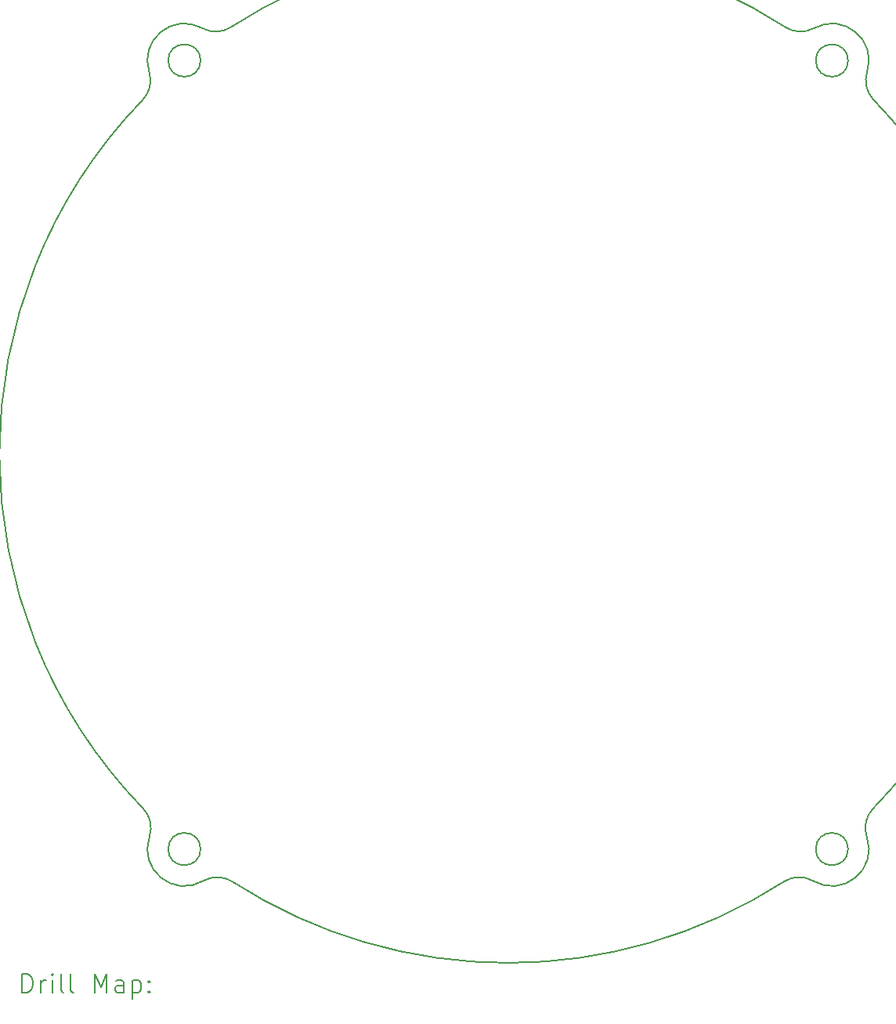
<source format=gbr>
%FSLAX45Y45*%
G04 Gerber Fmt 4.5, Leading zero omitted, Abs format (unit mm)*
G04 Created by KiCad (PCBNEW (6.0.5)) date 2022-11-08 23:00:58*
%MOMM*%
%LPD*%
G01*
G04 APERTURE LIST*
%TA.AperFunction,Profile*%
%ADD10C,0.200000*%
%TD*%
%ADD11C,0.200000*%
G04 APERTURE END LIST*
D10*
X12892543Y-14146137D02*
G75*
G03*
X18857472Y-14146137I2982465J4621137D01*
G01*
X12569054Y-4924027D02*
G75*
G03*
X12878057Y-4913245I145536J262337D01*
G01*
X12550007Y-5273811D02*
G75*
G03*
X12550007Y-5273811I-175000J0D01*
G01*
X11924554Y-5698261D02*
G75*
G03*
X11994475Y-5397079I-215474J208731D01*
G01*
X19821060Y-13356278D02*
G75*
G03*
X19752887Y-13663636I215251J-208982D01*
G01*
X19550007Y-5273811D02*
G75*
G03*
X19550007Y-5273811I-175000J0D01*
G01*
X12550007Y-13794810D02*
G75*
G03*
X12550007Y-13794810I-175000J0D01*
G01*
X18871959Y-4913244D02*
G75*
G03*
X19180962Y-4924030I163471J251554D01*
G01*
X19172232Y-14139605D02*
G75*
G03*
X18857472Y-14146137I-152082J-258595D01*
G01*
X12569055Y-4924026D02*
G75*
G03*
X11994475Y-5397079I-194045J-349784D01*
G01*
X19172235Y-14139600D02*
G75*
G03*
X19752887Y-13663636I202775J344790D01*
G01*
X19755543Y-5397080D02*
G75*
G03*
X19180962Y-4924030I-380533J123270D01*
G01*
X12892541Y-14146139D02*
G75*
G03*
X12577782Y-14139604I-162681J-252061D01*
G01*
X19550007Y-13794810D02*
G75*
G03*
X19550007Y-13794810I-175000J0D01*
G01*
X11924555Y-5698262D02*
G75*
G03*
X11928956Y-13356277I3950452J-3826738D01*
G01*
X11997130Y-13663637D02*
G75*
G03*
X12577782Y-14139604I377880J-131173D01*
G01*
X11997132Y-13663638D02*
G75*
G03*
X11928956Y-13356277I-283412J98378D01*
G01*
X19821058Y-13356277D02*
G75*
G03*
X19825460Y-5698262I-3946051J3831277D01*
G01*
X19755539Y-5397079D02*
G75*
G03*
X19825460Y-5698262I285401J-92451D01*
G01*
X18871958Y-4913245D02*
G75*
G03*
X12878057Y-4913245I-2996951J-4611755D01*
G01*
D11*
X10622626Y-15345476D02*
X10622626Y-15145476D01*
X10670245Y-15145476D01*
X10698817Y-15155000D01*
X10717864Y-15174048D01*
X10727388Y-15193095D01*
X10736912Y-15231190D01*
X10736912Y-15259762D01*
X10727388Y-15297857D01*
X10717864Y-15316905D01*
X10698817Y-15335952D01*
X10670245Y-15345476D01*
X10622626Y-15345476D01*
X10822626Y-15345476D02*
X10822626Y-15212143D01*
X10822626Y-15250238D02*
X10832150Y-15231190D01*
X10841674Y-15221667D01*
X10860722Y-15212143D01*
X10879769Y-15212143D01*
X10946436Y-15345476D02*
X10946436Y-15212143D01*
X10946436Y-15145476D02*
X10936912Y-15155000D01*
X10946436Y-15164524D01*
X10955960Y-15155000D01*
X10946436Y-15145476D01*
X10946436Y-15164524D01*
X11070245Y-15345476D02*
X11051198Y-15335952D01*
X11041674Y-15316905D01*
X11041674Y-15145476D01*
X11175007Y-15345476D02*
X11155960Y-15335952D01*
X11146436Y-15316905D01*
X11146436Y-15145476D01*
X11403579Y-15345476D02*
X11403579Y-15145476D01*
X11470245Y-15288333D01*
X11536912Y-15145476D01*
X11536912Y-15345476D01*
X11717864Y-15345476D02*
X11717864Y-15240714D01*
X11708341Y-15221667D01*
X11689293Y-15212143D01*
X11651198Y-15212143D01*
X11632150Y-15221667D01*
X11717864Y-15335952D02*
X11698817Y-15345476D01*
X11651198Y-15345476D01*
X11632150Y-15335952D01*
X11622626Y-15316905D01*
X11622626Y-15297857D01*
X11632150Y-15278809D01*
X11651198Y-15269286D01*
X11698817Y-15269286D01*
X11717864Y-15259762D01*
X11813102Y-15212143D02*
X11813102Y-15412143D01*
X11813102Y-15221667D02*
X11832150Y-15212143D01*
X11870245Y-15212143D01*
X11889293Y-15221667D01*
X11898817Y-15231190D01*
X11908341Y-15250238D01*
X11908341Y-15307381D01*
X11898817Y-15326428D01*
X11889293Y-15335952D01*
X11870245Y-15345476D01*
X11832150Y-15345476D01*
X11813102Y-15335952D01*
X11994055Y-15326428D02*
X12003579Y-15335952D01*
X11994055Y-15345476D01*
X11984531Y-15335952D01*
X11994055Y-15326428D01*
X11994055Y-15345476D01*
X11994055Y-15221667D02*
X12003579Y-15231190D01*
X11994055Y-15240714D01*
X11984531Y-15231190D01*
X11994055Y-15221667D01*
X11994055Y-15240714D01*
M02*

</source>
